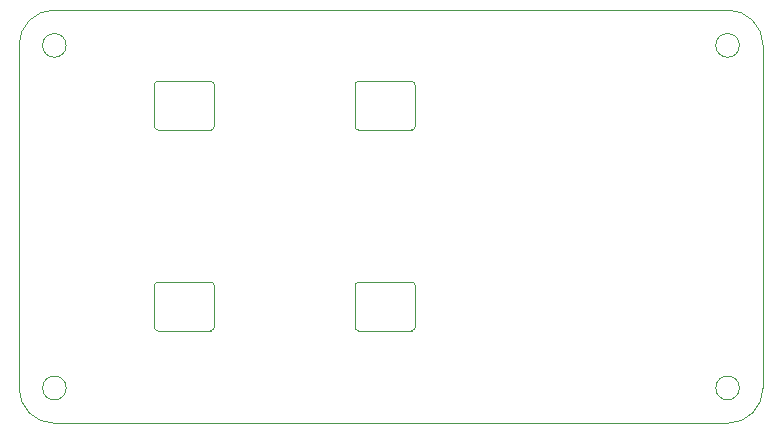
<source format=gbr>
%TF.GenerationSoftware,KiCad,Pcbnew,(5.1.6)-1*%
%TF.CreationDate,2022-07-31T05:20:53+09:00*%
%TF.ProjectId,az-core-top,617a2d63-6f72-4652-9d74-6f702e6b6963,rev?*%
%TF.SameCoordinates,Original*%
%TF.FileFunction,Profile,NP*%
%FSLAX46Y46*%
G04 Gerber Fmt 4.6, Leading zero omitted, Abs format (unit mm)*
G04 Created by KiCad (PCBNEW (5.1.6)-1) date 2022-07-31 05:20:53*
%MOMM*%
%LPD*%
G01*
G04 APERTURE LIST*
%TA.AperFunction,Profile*%
%ADD10C,0.050000*%
%TD*%
%TA.AperFunction,Profile*%
%ADD11C,0.100000*%
%TD*%
G04 APERTURE END LIST*
D10*
X117000000Y-82000000D02*
X117000000Y-111000000D01*
X120000000Y-114000000D02*
G75*
G02*
X117000000Y-111000000I0J3000000D01*
G01*
X117000000Y-82000000D02*
G75*
G02*
X120000000Y-79000000I3000000J0D01*
G01*
X121000000Y-111000000D02*
G75*
G03*
X121000000Y-111000000I-1000000J0D01*
G01*
X121000000Y-82000000D02*
G75*
G03*
X121000000Y-82000000I-1000000J0D01*
G01*
X180000000Y-111000000D02*
G75*
G02*
X177000000Y-114000000I-3000000J0D01*
G01*
X177000000Y-79000000D02*
G75*
G02*
X180000000Y-82000000I0J-3000000D01*
G01*
X178000000Y-111000000D02*
G75*
G03*
X178000000Y-111000000I-1000000J0D01*
G01*
X178000000Y-82000000D02*
G75*
G03*
X178000000Y-82000000I-1000000J0D01*
G01*
X120000000Y-114000000D02*
X177000000Y-114000000D01*
X177000000Y-79000000D02*
X120000000Y-79000000D01*
X180000000Y-82000000D02*
X180000000Y-111000000D01*
D11*
X150250000Y-102050000D02*
G75*
G02*
X150550000Y-102350000I0J-300000D01*
G01*
X133550000Y-105850000D02*
G75*
G02*
X133250000Y-106150000I-300000J0D01*
G01*
X145450000Y-102350000D02*
G75*
G02*
X145750000Y-102050000I300000J0D01*
G01*
X128450000Y-105850000D02*
X128450000Y-102350000D01*
X145750000Y-106150000D02*
G75*
G02*
X145450000Y-105850000I0J300000D01*
G01*
X133250000Y-102050000D02*
G75*
G02*
X133550000Y-102350000I0J-300000D01*
G01*
X133250000Y-102050000D02*
X128750000Y-102050000D01*
X133250000Y-106150000D02*
X128750000Y-106150000D01*
X128750000Y-106150000D02*
G75*
G02*
X128450000Y-105850000I0J300000D01*
G01*
X150550000Y-105850000D02*
G75*
G02*
X150250000Y-106150000I-300000J0D01*
G01*
X133550000Y-102350000D02*
X133550000Y-105850000D01*
X128450000Y-102350000D02*
G75*
G02*
X128750000Y-102050000I300000J0D01*
G01*
X150250000Y-102050000D02*
X145750000Y-102050000D01*
X145450000Y-105850000D02*
X145450000Y-102350000D01*
X150550000Y-102350000D02*
X150550000Y-105850000D01*
X150250000Y-106150000D02*
X145750000Y-106150000D01*
X150550000Y-88850000D02*
G75*
G02*
X150250000Y-89150000I-300000J0D01*
G01*
X150250000Y-85050000D02*
G75*
G02*
X150550000Y-85350000I0J-300000D01*
G01*
X150250000Y-85050000D02*
X145750000Y-85050000D01*
X145450000Y-85350000D02*
G75*
G02*
X145750000Y-85050000I300000J0D01*
G01*
X145450000Y-88850000D02*
X145450000Y-85350000D01*
X150550000Y-85350000D02*
X150550000Y-88850000D01*
X145750000Y-89150000D02*
G75*
G02*
X145450000Y-88850000I0J300000D01*
G01*
X150250000Y-89150000D02*
X145750000Y-89150000D01*
X133550000Y-88850000D02*
G75*
G02*
X133250000Y-89150000I-300000J0D01*
G01*
X133250000Y-85050000D02*
G75*
G02*
X133550000Y-85350000I0J-300000D01*
G01*
X133250000Y-85050000D02*
X128750000Y-85050000D01*
X128450000Y-85350000D02*
G75*
G02*
X128750000Y-85050000I300000J0D01*
G01*
X128450000Y-88850000D02*
X128450000Y-85350000D01*
X133550000Y-85350000D02*
X133550000Y-88850000D01*
X128750000Y-89150000D02*
G75*
G02*
X128450000Y-88850000I0J300000D01*
G01*
X133250000Y-89150000D02*
X128750000Y-89150000D01*
M02*

</source>
